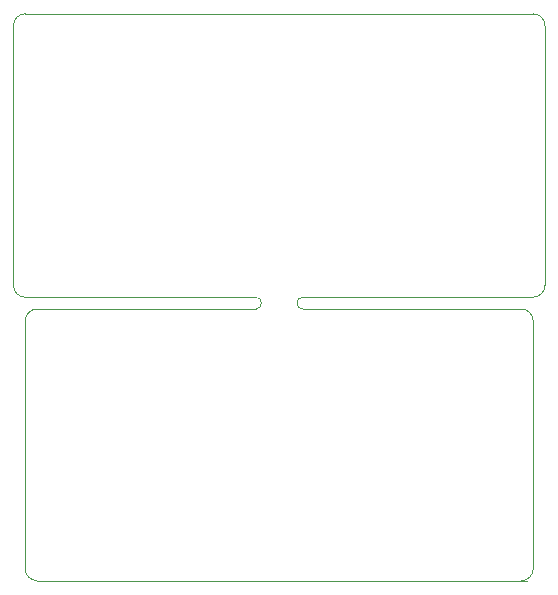
<source format=gbr>
G04 #@! TF.FileFunction,Profile,NP*
%FSLAX46Y46*%
G04 Gerber Fmt 4.6, Leading zero omitted, Abs format (unit mm)*
G04 Created by KiCad (PCBNEW (2015-01-08 BZR 5360)-product) date 2015-01-22T23:58:58 CET*
%MOMM*%
G01*
G04 APERTURE LIST*
%ADD10C,0.100000*%
%ADD11C,0.025400*%
G04 APERTURE END LIST*
D10*
D11*
X62000000Y-85000000D02*
X80500000Y-85000000D01*
X80500000Y-84000000D02*
X61000000Y-84000000D01*
X84500000Y-84000000D02*
X104000000Y-84000000D01*
X103000000Y-85000000D02*
X84500000Y-85000000D01*
X105000000Y-61000000D02*
X105000000Y-83000000D01*
X61000000Y-60000000D02*
X104000000Y-60000000D01*
X60000000Y-83000000D02*
X60000000Y-61000000D01*
X60000000Y-83000000D02*
G75*
G03X61000000Y-84000000I1000000J0D01*
G01*
X104000000Y-84000000D02*
G75*
G03X105000000Y-83000000I0J1000000D01*
G01*
X61000000Y-60000000D02*
G75*
G03X60000000Y-61000000I0J-1000000D01*
G01*
X105000000Y-61000000D02*
G75*
G03X104000000Y-60000000I-1000000J0D01*
G01*
X61000000Y-107000000D02*
X61000000Y-86000000D01*
X62000000Y-108000000D02*
X103500000Y-108000000D01*
X104000000Y-86000000D02*
X104000000Y-107000000D01*
X103000000Y-108000000D02*
G75*
G03X104000000Y-107000000I0J1000000D01*
G01*
X61000000Y-107000000D02*
G75*
G03X62000000Y-108000000I1000000J0D01*
G01*
X62000000Y-85000000D02*
G75*
G03X61000000Y-86000000I0J-1000000D01*
G01*
X104000000Y-86000000D02*
G75*
G03X103000000Y-85000000I-1000000J0D01*
G01*
X80500000Y-85000000D02*
G75*
G03X80500000Y-84000000I0J500000D01*
G01*
X84500000Y-84000000D02*
G75*
G03X84500000Y-85000000I0J-500000D01*
G01*
M02*

</source>
